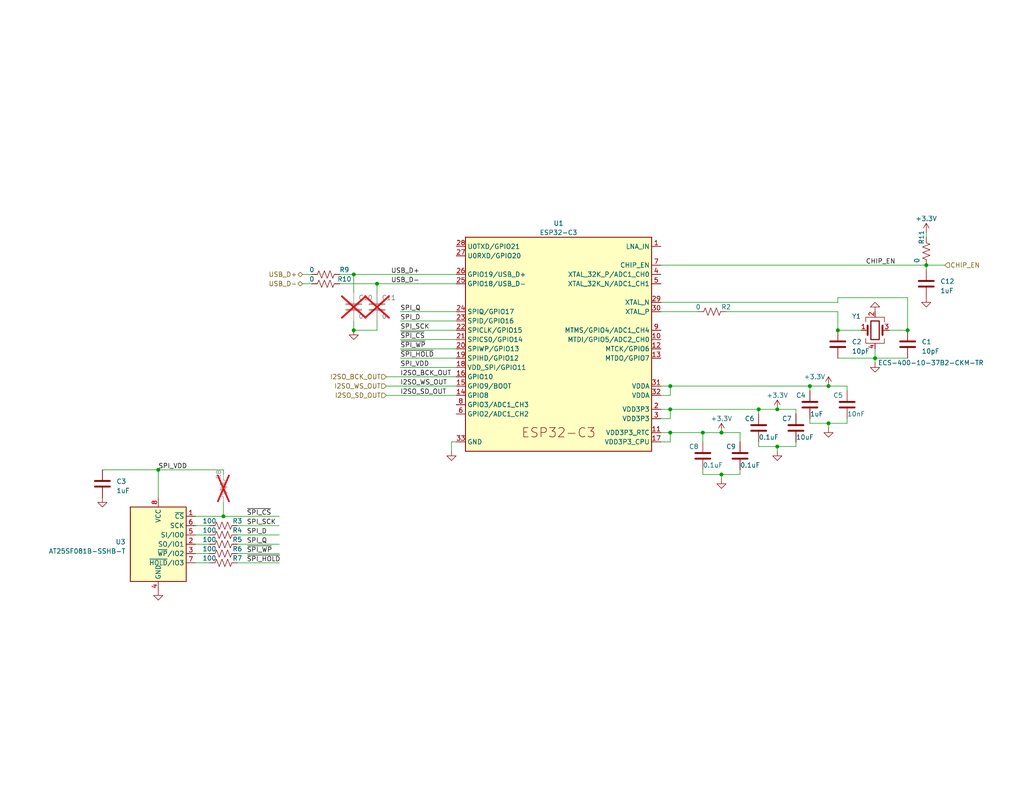
<source format=kicad_sch>
(kicad_sch (version 20230121) (generator eeschema)
  (paper "USLetter")
  (lib_symbols
    (symbol "Device:C" (pin_numbers hide) (pin_names (offset 0.254))
      (property "Reference" "C" (at 0.635 2.54 0))
      (property "Value" "C" (at 0.635 -2.54 0))
      (symbol "C_0_1"
        (polyline (pts (xy -2.032 -0.762) (xy 2.032 -0.762)) (stroke (width 0.508)))
        (polyline (pts (xy -2.032 0.762) (xy 2.032 0.762)) (stroke (width 0.508)))
      )
      (symbol "C_1_1"
        (pin passive line (at 0 3.81 270) (length 2.794) (name "~") (number "1"))
        (pin passive line (at 0 -3.81 90) (length 2.794) (name "~") (number "2"))
      )
    )
    (symbol "Device:Crystal_GND24" (pin_names (offset 1.016) hide)
      (property "Reference" "Y" (at 3.175 5.08 0))
      (property "Value" "Crystal_GND24" (at 3.175 3.175 0))
      (symbol "Crystal_GND24_0_1"
        (rectangle (start -1.143 2.54) (end 1.143 -2.54) (stroke (width 0.3048)))
        (polyline (pts (xy -2.54 0) (xy -2.032 0)))
        (polyline (pts (xy -2.032 -1.27) (xy -2.032 1.27)) (stroke (width 0.508)))
        (polyline (pts (xy 0 -3.81) (xy 0 -3.556)))
        (polyline (pts (xy 0 3.556) (xy 0 3.81)))
        (polyline (pts (xy 2.032 -1.27) (xy 2.032 1.27)) (stroke (width 0.508)))
        (polyline (pts (xy 2.032 0) (xy 2.54 0)))
        (polyline (pts (xy -2.54 -2.286) (xy -2.54 -3.556) (xy 2.54 -3.556) (xy 2.54 -2.286)))
        (polyline (pts (xy -2.54 2.286) (xy -2.54 3.556) (xy 2.54 3.556) (xy 2.54 2.286)))
      )
      (symbol "Crystal_GND24_1_1"
        (pin passive line (at -3.81 0 0) (length 1.27) (name "1") (number "1"))
        (pin passive line (at 0 5.08 270) (length 1.27) (name "2") (number "2"))
        (pin passive line (at 3.81 0 180) (length 1.27) (name "3") (number "3"))
        (pin passive line (at 0 -5.08 90) (length 1.27) (name "4") (number "4"))
      )
    )
    (symbol "Device:R_US" (pin_numbers hide) (pin_names (offset 0))
      (property "Reference" "R" (at 2.54 0 90))
      (property "Value" "R_US" (at -2.54 0 90))
      (symbol "R_US_0_1"
        (polyline (pts (xy 0 -2.286) (xy 0 -2.54)))
        (polyline (pts (xy 0 2.286) (xy 0 2.54)))
        (polyline (pts (xy 0 -0.762) (xy 1.016 -1.143) (xy 0 -1.524) (xy -1.016 -1.905) (xy 0 -2.286)))
        (polyline (pts (xy 0 0.762) (xy 1.016 0.381) (xy 0 0) (xy -1.016 -0.381) (xy 0 -0.762)))
        (polyline (pts (xy 0 2.286) (xy 1.016 1.905) (xy 0 1.524) (xy -1.016 1.143) (xy 0 0.762)))
      )
      (symbol "R_US_1_1"
        (pin passive line (at 0 3.81 270) (length 1.27) (name "~") (number "1"))
        (pin passive line (at 0 -3.81 90) (length 1.27) (name "~") (number "2"))
      )
    )
    (symbol "Espressif:ESP32-C3"
      (property "Reference" "U1" (at 0 34.29 0))
      (property "Value" "ESP32-C3" (at 0 31.75 0))
      (symbol "ESP32-C3_0_0"
        (text "ESP32-C3" (at 0 -22.86 0) (effects (font (size 2.54 2.54))))
        (pin bidirectional line (at -27.94 27.94 0) (length 2.54) (name "LNA_IN") (number "1"))
        (pin bidirectional line (at -27.94 2.54 0) (length 2.54) (name "MTDI/GPIO5/ADC2_CH0") (number "10"))
        (pin power_in line (at -27.94 -22.86 0) (length 2.54) (name "VDD3P3_RTC") (number "11"))
        (pin bidirectional line (at -27.94 0 0) (length 2.54) (name "MTCK/GPIO6") (number "12"))
        (pin bidirectional line (at -27.94 -2.54 0) (length 2.54) (name "MTDO/GPIO7") (number "13"))
        (pin bidirectional line (at 27.94 -12.7 180) (length 2.54) (name "GPIO8") (number "14"))
        (pin bidirectional line (at 27.94 -10.16 180) (length 2.54) (name "GPIO9/BOOT") (number "15"))
        (pin bidirectional line (at 27.94 -7.62 180) (length 2.54) (name "GPIO10") (number "16"))
        (pin power_in line (at -27.94 -25.4 0) (length 2.54) (name "VDD3P3_CPU") (number "17"))
        (pin bidirectional line (at 27.94 -5.08 180) (length 2.54) (name "VDD_SPI/GPIO11") (number "18"))
        (pin bidirectional line (at 27.94 -2.54 180) (length 2.54) (name "SPIHD/GPIO12") (number "19"))
        (pin power_in line (at -27.94 -16.51 0) (length 2.54) (name "VDD3P3") (number "2"))
        (pin bidirectional line (at 27.94 0 180) (length 2.54) (name "SPIWP/GPIO13") (number "20"))
        (pin bidirectional line (at 27.94 2.54 180) (length 2.54) (name "SPICS0/GPIO14") (number "21"))
        (pin bidirectional line (at 27.94 5.08 180) (length 2.54) (name "SPICLK/GPIO15") (number "22"))
        (pin bidirectional line (at 27.94 7.62 180) (length 2.54) (name "SPID/GPIO16") (number "23"))
        (pin bidirectional line (at 27.94 10.16 180) (length 2.54) (name "SPIQ/GPIO17") (number "24"))
        (pin bidirectional line (at 27.94 17.78 180) (length 2.54) (name "GPIO18/USB_D-") (number "25"))
        (pin bidirectional line (at 27.94 20.32 180) (length 2.54) (name "GPIO19/USB_D+") (number "26"))
        (pin bidirectional line (at 27.94 25.4 180) (length 2.54) (name "U0RXD/GPIO20") (number "27"))
        (pin bidirectional line (at 27.94 27.94 180) (length 2.54) (name "U0TXD/GPIO21") (number "28"))
        (pin output line (at -27.94 12.7 0) (length 2.54) (name "XTAL_N") (number "29"))
        (pin input line (at -27.94 10.16 0) (length 2.54) (name "XTAL_P") (number "30"))
        (pin power_in line (at -27.94 -10.16 0) (length 2.54) (name "VDDA") (number "31"))
        (pin power_in line (at 27.94 -25.4 180) (length 2.54) (name "GND") (number "33"))
        (pin output line (at -27.94 20.32 0) (length 2.54) (name "XTAL_32K_P/ADC1_CH0") (number "4"))
        (pin input line (at -27.94 17.78 0) (length 2.54) (name "XTAL_32K_N/ADC1_CH1") (number "5"))
        (pin bidirectional line (at 27.94 -17.78 180) (length 2.54) (name "GPIO2/ADC1_CH2") (number "6"))
        (pin input line (at -27.94 22.86 0) (length 2.54) (name "CHIP_EN") (number "7"))
        (pin bidirectional line (at 27.94 -15.24 180) (length 2.54) (name "GPIO3/ADC1_CH3") (number "8"))
        (pin bidirectional line (at -27.94 5.08 0) (length 2.54) (name "MTMS/GPIO4/ADC1_CH4") (number "9"))
      )
      (symbol "ESP32-C3_0_1"
        (rectangle (start -25.4 30.48) (end 25.4 -27.94) (stroke (width 0.254)) (fill (type background)))
        (pin power_in line (at -27.94 -19.05 0) (length 2.54) (name "VDD3P3") (number "3"))
        (pin power_in line (at -27.94 -12.7 0) (length 2.54) (name "VDDA") (number "32"))
      )
    )
    (symbol "Memory_Flash:AT25SF081-SSHD-X"
      (property "Reference" "U" (at -6.35 11.43 0))
      (property "Value" "AT25SF081-SSHD-X" (at 11.43 11.43 0))
      (symbol "AT25SF081-SSHD-X_0_1"
        (rectangle (start -7.62 10.16) (end 7.62 -10.16) (stroke (width 0.254)) (fill (type background)))
      )
      (symbol "AT25SF081-SSHD-X_1_1"
        (pin input line (at -10.16 7.62 0) (length 2.54) (name "~{CS}") (number "1"))
        (pin bidirectional line (at -10.16 0 0) (length 2.54) (name "SO/IO1") (number "2"))
        (pin bidirectional line (at -10.16 -2.54 0) (length 2.54) (name "~{WP}/IO2") (number "3"))
        (pin power_in line (at 0 -12.7 90) (length 2.54) (name "GND") (number "4"))
        (pin bidirectional line (at -10.16 2.54 0) (length 2.54) (name "SI/IO0") (number "5"))
        (pin input line (at -10.16 5.08 0) (length 2.54) (name "SCK") (number "6"))
        (pin bidirectional line (at -10.16 -5.08 0) (length 2.54) (name "~{HOLD}/IO3") (number "7"))
        (pin power_in line (at 0 12.7 270) (length 2.54) (name "VCC") (number "8"))
      )
    )
    (symbol "power:+3.3V" (power) (pin_names (offset 0))
      (property "Value" "+3.3V" (at 0 3.556 0))
      (symbol "+3.3V_0_1"
        (polyline (pts (xy -0.762 1.27) (xy 0 2.54)))
        (polyline (pts (xy 0 0) (xy 0 2.54)))
        (polyline (pts (xy 0 2.54) (xy 0.762 1.27)))
      )
      (symbol "+3.3V_1_1"
        (pin power_in line (at 0 0 90) (length 0) hide (name "+3.3V") (number "1"))
      )
    )
    (symbol "power:GND" (power) (pin_names (offset 0))
      (property "Value" "GND" (at 0 -3.81 0))
      (symbol "GND_0_1"
        (polyline (pts (xy 0 0) (xy 0 -1.27) (xy 1.27 -1.27) (xy 0 -2.54) (xy -1.27 -1.27) (xy 0 -1.27)))
      )
      (symbol "GND_1_1"
        (pin power_in line (at 0 0 270) (length 0) hide (name "GND") (number "1"))
      )
    )
  )
  (junction (at 226.06 105.41))
  (junction (at 238.76 97.79))
  (junction (at 43.18 128.27))
  (junction (at 96.52 90.17))
  (junction (at 196.85 129.54))
  (junction (at 191.77 118.11))
  (junction (at 182.88 105.41))
  (junction (at 196.85 118.11))
  (junction (at 247.65 90.17))
  (junction (at 182.88 118.11))
  (junction (at 96.52 74.93))
  (junction (at 182.88 111.76))
  (junction (at 220.98 105.41))
  (junction (at 226.06 115.57))
  (junction (at 228.6 90.17))
  (junction (at 102.87 77.47))
  (junction (at 60.96 140.97))
  (junction (at 252.73 72.39))
  (junction (at 207.01 111.76))
  (junction (at 212.09 121.92))
  (junction (at 212.09 111.76))
  (wire (pts (xy 180.34 82.55) (xy 228.6 82.55)))
  (wire (pts (xy 64.77 151.13) (xy 76.2 151.13)))
  (wire (pts (xy 228.6 82.55) (xy 228.6 81.28)))
  (wire (pts (xy 231.14 105.41) (xy 231.14 106.68)))
  (wire (pts (xy 43.18 128.27) (xy 60.96 128.27)))
  (wire (pts (xy 182.88 118.11) (xy 180.34 118.11)))
  (wire (pts (xy 105.41 105.41) (xy 124.46 105.41)))
  (wire (pts (xy 109.22 85.09) (xy 124.46 85.09)))
  (wire (pts (xy 217.17 120.65) (xy 217.17 121.92)))
  (wire (pts (xy 198.12 85.09) (xy 228.6 85.09)))
  (wire (pts (xy 182.88 105.41) (xy 220.98 105.41)))
  (wire (pts (xy 207.01 111.76) (xy 212.09 111.76)))
  (wire (pts (xy 252.73 72.39) (xy 257.81 72.39)))
  (wire (pts (xy 247.65 81.28) (xy 247.65 90.17)))
  (wire (pts (xy 220.98 105.41) (xy 220.98 106.68)))
  (wire (pts (xy 53.34 140.97) (xy 60.96 140.97)))
  (wire (pts (xy 238.76 95.25) (xy 238.76 97.79)))
  (wire (pts (xy 247.65 97.79) (xy 238.76 97.79)))
  (wire (pts (xy 82.55 77.47) (xy 85.09 77.47)))
  (wire (pts (xy 228.6 85.09) (xy 228.6 90.17)))
  (wire (pts (xy 220.98 114.3) (xy 220.98 115.57)))
  (wire (pts (xy 191.77 118.11) (xy 191.77 120.65)))
  (wire (pts (xy 191.77 118.11) (xy 182.88 118.11)))
  (wire (pts (xy 60.96 140.97) (xy 76.2 140.97)))
  (wire (pts (xy 226.06 105.41) (xy 231.14 105.41)))
  (wire (pts (xy 228.6 97.79) (xy 238.76 97.79)))
  (wire (pts (xy 64.77 143.51) (xy 76.2 143.51)))
  (wire (pts (xy 212.09 121.92) (xy 217.17 121.92)))
  (wire (pts (xy 182.88 114.3) (xy 182.88 111.76)))
  (wire (pts (xy 124.46 120.65) (xy 123.19 120.65)))
  (wire (pts (xy 191.77 128.27) (xy 191.77 129.54)))
  (wire (pts (xy 27.94 128.27) (xy 43.18 128.27)))
  (wire (pts (xy 226.06 115.57) (xy 226.06 116.84)))
  (wire (pts (xy 96.52 74.93) (xy 96.52 80.01)))
  (wire (pts (xy 109.22 95.25) (xy 124.46 95.25)))
  (wire (pts (xy 105.41 102.87) (xy 124.46 102.87)))
  (wire (pts (xy 252.73 63.5) (xy 252.73 64.77)))
  (wire (pts (xy 102.87 77.47) (xy 102.87 80.01)))
  (wire (pts (xy 196.85 118.11) (xy 191.77 118.11)))
  (wire (pts (xy 180.34 111.76) (xy 182.88 111.76)))
  (wire (pts (xy 220.98 105.41) (xy 226.06 105.41)))
  (wire (pts (xy 212.09 111.76) (xy 217.17 111.76)))
  (wire (pts (xy 64.77 153.67) (xy 76.2 153.67)))
  (wire (pts (xy 228.6 90.17) (xy 234.95 90.17)))
  (wire (pts (xy 196.85 129.54) (xy 201.93 129.54)))
  (wire (pts (xy 182.88 111.76) (xy 207.01 111.76)))
  (wire (pts (xy 201.93 118.11) (xy 201.93 120.65)))
  (wire (pts (xy 180.34 72.39) (xy 252.73 72.39)))
  (wire (pts (xy 64.77 148.59) (xy 76.2 148.59)))
  (wire (pts (xy 105.41 107.95) (xy 124.46 107.95)))
  (wire (pts (xy 207.01 121.92) (xy 212.09 121.92)))
  (wire (pts (xy 180.34 107.95) (xy 182.88 107.95)))
  (wire (pts (xy 102.87 87.63) (xy 102.87 90.17)))
  (wire (pts (xy 180.34 105.41) (xy 182.88 105.41)))
  (wire (pts (xy 53.34 153.67) (xy 57.15 153.67)))
  (wire (pts (xy 201.93 129.54) (xy 201.93 128.27)))
  (wire (pts (xy 96.52 74.93) (xy 124.46 74.93)))
  (wire (pts (xy 180.34 120.65) (xy 182.88 120.65)))
  (wire (pts (xy 53.34 146.05) (xy 57.15 146.05)))
  (wire (pts (xy 92.71 74.93) (xy 96.52 74.93)))
  (wire (pts (xy 220.98 115.57) (xy 226.06 115.57)))
  (wire (pts (xy 207.01 111.76) (xy 207.01 113.03)))
  (wire (pts (xy 212.09 121.92) (xy 212.09 123.19)))
  (wire (pts (xy 226.06 115.57) (xy 231.14 115.57)))
  (wire (pts (xy 231.14 115.57) (xy 231.14 114.3)))
  (wire (pts (xy 109.22 100.33) (xy 124.46 100.33)))
  (wire (pts (xy 242.57 90.17) (xy 247.65 90.17)))
  (wire (pts (xy 60.96 137.16) (xy 60.96 140.97)))
  (wire (pts (xy 109.22 92.71) (xy 124.46 92.71)))
  (wire (pts (xy 180.34 85.09) (xy 190.5 85.09)))
  (wire (pts (xy 109.22 90.17) (xy 124.46 90.17)))
  (wire (pts (xy 60.96 129.54) (xy 60.96 128.27)))
  (wire (pts (xy 109.22 87.63) (xy 124.46 87.63)))
  (wire (pts (xy 123.19 120.65) (xy 123.19 123.19)))
  (wire (pts (xy 191.77 129.54) (xy 196.85 129.54)))
  (wire (pts (xy 92.71 77.47) (xy 102.87 77.47)))
  (wire (pts (xy 109.22 97.79) (xy 124.46 97.79)))
  (wire (pts (xy 102.87 90.17) (xy 96.52 90.17)))
  (wire (pts (xy 228.6 81.28) (xy 247.65 81.28)))
  (wire (pts (xy 43.18 128.27) (xy 43.18 135.89)))
  (wire (pts (xy 217.17 111.76) (xy 217.17 113.03)))
  (wire (pts (xy 53.34 151.13) (xy 57.15 151.13)))
  (wire (pts (xy 196.85 129.54) (xy 196.85 130.81)))
  (wire (pts (xy 64.77 146.05) (xy 76.2 146.05)))
  (wire (pts (xy 53.34 148.59) (xy 57.15 148.59)))
  (wire (pts (xy 207.01 120.65) (xy 207.01 121.92)))
  (wire (pts (xy 182.88 120.65) (xy 182.88 118.11)))
  (wire (pts (xy 196.85 118.11) (xy 201.93 118.11)))
  (wire (pts (xy 96.52 87.63) (xy 96.52 90.17)))
  (wire (pts (xy 102.87 77.47) (xy 124.46 77.47)))
  (wire (pts (xy 182.88 105.41) (xy 182.88 107.95)))
  (wire (pts (xy 238.76 97.79) (xy 238.76 99.06)))
  (wire (pts (xy 252.73 72.39) (xy 252.73 73.66)))
  (wire (pts (xy 82.55 74.93) (xy 85.09 74.93)))
  (wire (pts (xy 180.34 114.3) (xy 182.88 114.3)))
  (wire (pts (xy 53.34 143.51) (xy 57.15 143.51)))
  (label "~{SPI_HOLD}" (at 109.22 97.79 0))
  (label "SPI_SCK" (at 67.31 143.51 0))
  (label "SPI_VDD" (at 43.18 128.27 0))
  (label "SPI_Q" (at 67.31 148.59 0))
  (label "SPI_D" (at 67.31 146.05 0))
  (label "SPI_SCK" (at 109.22 90.17 0))
  (label "~{SPI_WP}" (at 109.22 95.25 0))
  (label "SPI_D" (at 109.22 87.63 0))
  (label "CHIP_EN" (at 236.22 72.39 0))
  (label "USB_D+" (at 106.68 74.93 0))
  (label "I2SO_WS_OUT" (at 109.22 105.41 0))
  (label "~{SPI_CS}" (at 67.31 140.97 0))
  (label "I2SO_SD_OUT" (at 109.22 107.95 0))
  (label "SPI_Q" (at 109.22 85.09 0))
  (label "USB_D-" (at 106.68 77.47 0))
  (label "SPI_VDD" (at 109.22 100.33 0))
  (label "~{SPI_WP}" (at 67.31 151.13 0))
  (label "~{SPI_HOLD}" (at 67.31 153.67 0))
  (label "~{SPI_CS}" (at 109.22 92.71 0))
  (label "I2SO_BCK_OUT" (at 109.22 102.87 0))
  (hierarchical_label "I2SO_BCK_OUT" (shape input) (at 105.41 102.87 180))
  (hierarchical_label "I2SO_SD_OUT" (shape input) (at 105.41 107.95 180))
  (hierarchical_label "USB_D-" (shape bidirectional) (at 82.55 77.47 180))
  (hierarchical_label "CHIP_EN" (shape input) (at 257.81 72.39 0))
  (hierarchical_label "USB_D+" (shape bidirectional) (at 82.55 74.93 180))
  (hierarchical_label "I2SO_WS_OUT" (shape input) (at 105.41 105.41 180))
  (symbol (lib_id "Espressif:ESP32-C3") (at 152.4 95.25 0) (mirror y) (unit 1)
    (property "Reference" "U1" (at 152.4 60.96 0))
    (property "Value" "ESP32-C3" (at 152.4 63.5 0))
    (property "Footprint" "Package_DFN_QFN:QFN-32-1EP_5x5mm_P0.5mm_EP3.45x3.45mm" (effects hide))
    (property "Datasheet" "https://www.espressif.com/sites/default/files/documentation/esp32-c3_datasheet_en.pdf" (effects hide))
  )
  (symbol (lib_id "Device:R_US") (at 60.96 153.67 90) (unit 1)
    (property "Reference" "R7" (at 64.77 152.4 90))
    (property "Value" "100" (at 57.15 152.4 90))
    (property "Footprint" "Resistor_SMD:R_0402_1005Metric" (effects hide))
  )
  (symbol (lib_id "power:GND") (at 196.85 130.81 0) (unit 1)
    (property "Reference" "#PWR015" (effects hide))
    (property "Value" "GND" (effects hide))
  )
  (symbol (lib_id "power:GND") (at 212.09 123.19 0) (unit 1)
    (property "Reference" "#PWR013" (effects hide))
    (property "Value" "GND" (effects hide))
  )
  (symbol (lib_id "power:+3.3V") (at 212.09 111.76 0) (unit 1)
    (property "Reference" "#PWR012" (effects hide))
    (property "Value" "+3.3V" (at 212.09 107.95 0))
  )
  (symbol (lib_id "Device:C") (at 207.01 116.84 0) (unit 1)
    (property "Reference" "C6" (at 203.2 114.3 0) (effects (justify left)))
    (property "Value" "0.1uF" (at 207.01 119.38 0) (effects (justify left)))
    (property "Footprint" "Capacitor_SMD:C_0402_1005Metric" (effects hide))
  )
  (symbol (lib_id "Device:R_US") (at 60.96 146.05 90) (unit 1)
    (property "Reference" "R4" (at 64.77 144.78 90))
    (property "Value" "100" (at 57.15 144.78 90))
    (property "Footprint" "Resistor_SMD:R_0402_1005Metric" (effects hide))
  )
  (symbol (lib_id "Device:C") (at 191.77 124.46 0) (unit 1)
    (property "Reference" "C8" (at 187.96 121.92 0) (effects (justify left)))
    (property "Value" "0.1uF" (at 191.77 127 0) (effects (justify left)))
    (property "Footprint" "Capacitor_SMD:C_0402_1005Metric" (effects hide))
  )
  (symbol (lib_id "Memory_Flash:AT25SF081-SSHD-X") (at 43.18 148.59 0) (mirror y) (unit 1)
    (property "Reference" "U3" (at 34.29 147.955 0) (effects (justify left)))
    (property "Value" "AT25SF081B-SSHB-T" (at 34.29 150.495 0) (effects (justify left)))
    (property "Footprint" "Package_SO:SOIC-8_3.9x4.9mm_P1.27mm" (effects hide))
    (property "Datasheet" "https://www.renesas.com/us/en/document/dst/at25sf081b-datasheet" (effects hide))
  )
  (symbol (lib_id "Device:C") (at 252.73 77.47 0) (unit 1)
    (property "Reference" "C12" (at 256.54 76.835 0) (effects (justify left)))
    (property "Value" "1uF" (at 256.54 79.375 0) (effects (justify left)))
    (property "Footprint" "Capacitor_SMD:C_0402_1005Metric" (effects hide))
  )
  (symbol (lib_id "power:GND") (at 238.76 85.09 180) (unit 1)
    (property "Reference" "#PWR06" (effects hide))
    (property "Value" "GND" (effects hide))
  )
  (symbol (lib_id "power:GND") (at 252.73 81.28 0) (unit 1)
    (property "Reference" "#PWR017" (effects hide))
    (property "Value" "GND" (effects hide))
  )
  (symbol (lib_id "Device:Crystal_GND24") (at 238.76 90.17 0) (unit 1)
    (property "Reference" "Y1" (at 233.68 86.36 0))
    (property "Value" "ECS-400-10-37B2-CKM-TR" (at 254 99.06 0))
    (property "Footprint" "Crystal:Crystal_SMD_2016-4Pin_2.0x1.6mm" (effects hide))
    (property "Datasheet" "https://ecsxtal.com/store/pdf/ECX-1637B2.pdf" (effects hide))
  )
  (symbol (lib_id "power:GND") (at 238.76 99.06 0) (unit 1)
    (property "Reference" "#PWR05" (effects hide))
    (property "Value" "GND" (effects hide))
  )
  (symbol (lib_id "Device:R_US") (at 60.96 143.51 90) (unit 1)
    (property "Reference" "R3" (at 64.77 142.24 90))
    (property "Value" "100" (at 57.15 142.24 90))
    (property "Footprint" "Resistor_SMD:R_0402_1005Metric" (effects hide))
  )
  (symbol (lib_id "Device:R_US") (at 194.31 85.09 90) (unit 1)
    (property "Reference" "R2" (at 198.12 83.82 90))
    (property "Value" "0" (at 190.5 83.82 90))
    (property "Footprint" "Resistor_SMD:R_0402_1005Metric" (effects hide))
  )
  (symbol (lib_id "Device:C") (at 201.93 124.46 0) (unit 1)
    (property "Reference" "C9" (at 198.12 121.92 0) (effects (justify left)))
    (property "Value" "0.1uF" (at 201.93 127 0) (effects (justify left)))
    (property "Footprint" "Capacitor_SMD:C_0402_1005Metric" (effects hide))
  )
  (symbol (lib_id "Device:R_US") (at 60.96 133.35 180) (unit 1) (dnp yes)
    (property "Reference" "R8" (at 59.69 129.54 90))
    (property "Value" "10k" (at 60.96 133.35 90))
    (property "Footprint" "Resistor_SMD:R_0402_1005Metric" (effects hide))
  )
  (symbol (lib_id "power:+3.3V") (at 196.85 118.11 0) (unit 1)
    (property "Reference" "#PWR016" (effects hide))
    (property "Value" "+3.3V" (at 196.85 114.3 0))
  )
  (symbol (lib_id "Device:R_US") (at 88.9 74.93 90) (unit 1)
    (property "Reference" "R9" (at 93.98 73.66 90))
    (property "Value" "0" (at 85.09 73.66 90))
    (property "Footprint" "Resistor_SMD:R_0402_1005Metric" (effects hide))
  )
  (symbol (lib_id "Device:C") (at 247.65 93.98 0) (unit 1)
    (property "Reference" "C1" (at 251.46 93.345 0) (effects (justify left)))
    (property "Value" "10pF" (at 251.46 95.885 0) (effects (justify left)))
    (property "Footprint" "Capacitor_SMD:C_0402_1005Metric" (effects hide))
  )
  (symbol (lib_id "Device:R_US") (at 60.96 148.59 90) (unit 1)
    (property "Reference" "R5" (at 64.77 147.32 90))
    (property "Value" "100" (at 57.15 147.32 90))
    (property "Footprint" "Resistor_SMD:R_0402_1005Metric" (effects hide))
  )
  (symbol (lib_id "Device:R_US") (at 88.9 77.47 90) (unit 1)
    (property "Reference" "R10" (at 93.98 76.2 90))
    (property "Value" "0" (at 85.09 76.2 90))
    (property "Footprint" "Resistor_SMD:R_0402_1005Metric" (effects hide))
  )
  (symbol (lib_id "Device:C") (at 228.6 93.98 0) (unit 1)
    (property "Reference" "C2" (at 232.41 93.345 0) (effects (justify left)))
    (property "Value" "10pF" (at 232.41 95.885 0) (effects (justify left)))
  )
  (symbol (lib_id "Device:C") (at 231.14 110.49 0) (unit 1)
    (property "Reference" "C5" (at 227.33 107.95 0) (effects (justify left)))
    (property "Value" "10nF" (at 231.14 113.03 0) (effects (justify left)))
    (property "Footprint" "Capacitor_SMD:C_0402_1005Metric" (effects hide))
  )
  (symbol (lib_id "Device:R_US") (at 60.96 151.13 90) (unit 1)
    (property "Reference" "R6" (at 64.77 149.86 90))
    (property "Value" "100" (at 57.15 149.86 90))
    (property "Footprint" "Resistor_SMD:R_0402_1005Metric" (effects hide))
  )
  (symbol (lib_id "Device:R_US") (at 252.73 68.58 180) (unit 1)
    (property "Reference" "R11" (at 251.46 64.77 90))
    (property "Value" "0" (at 250.19 71.12 90))
    (property "Footprint" "Resistor_SMD:R_0402_1005Metric" (effects hide))
  )
  (symbol (lib_id "Device:C") (at 102.87 83.82 0) (unit 1) (dnp yes)
    (property "Reference" "C11" (at 104.14 81.28 0) (effects (justify left)))
    (property "Value" "0" (at 104.14 86.36 0) (effects (justify left)))
    (property "Footprint" "Capacitor_SMD:C_0402_1005Metric" (effects hide))
  )
  (symbol (lib_id "power:+3.3V") (at 252.73 63.5 0) (unit 1)
    (property "Reference" "#PWR018" (effects hide))
    (property "Value" "+3.3V" (at 252.73 59.69 0))
  )
  (symbol (lib_id "Device:C") (at 220.98 110.49 0) (unit 1)
    (property "Reference" "C4" (at 217.17 107.95 0) (effects (justify left)))
    (property "Value" "1uF" (at 220.98 113.03 0) (effects (justify left)))
    (property "Footprint" "Capacitor_SMD:C_0402_1005Metric" (effects hide))
  )
  (symbol (lib_id "Device:C") (at 217.17 116.84 0) (unit 1)
    (property "Reference" "C7" (at 213.36 114.3 0) (effects (justify left)))
    (property "Value" "10uF" (at 217.17 119.38 0) (effects (justify left)))
    (property "Footprint" "Capacitor_SMD:C_0603_1608Metric" (effects hide))
  )
  (symbol (lib_id "power:GND") (at 226.06 116.84 0) (unit 1)
    (property "Reference" "#PWR011" (effects hide))
    (property "Value" "GND" (effects hide))
  )
  (symbol (lib_id "power:GND") (at 123.19 123.19 0) (unit 1)
    (property "Reference" "#PWR07" (effects hide))
    (property "Value" "GND" (effects hide))
  )
  (symbol (lib_id "Device:C") (at 27.94 132.08 0) (unit 1)
    (property "Reference" "C3" (at 31.75 131.445 0) (effects (justify left)))
    (property "Value" "1uF" (at 31.75 133.985 0) (effects (justify left)))
    (property "Footprint" "Capacitor_SMD:C_0402_1005Metric" (effects hide))
  )
  (symbol (lib_id "power:GND") (at 27.94 135.89 0) (unit 1)
    (property "Reference" "#PWR09" (effects hide))
    (property "Value" "GND" (effects hide))
  )
  (symbol (lib_id "power:+3.3V") (at 226.06 105.41 0) (unit 1)
    (property "Reference" "#PWR010" (effects hide))
    (property "Value" "+3.3V" (at 222.25 102.87 0))
  )
  (symbol (lib_id "power:GND") (at 43.18 161.29 0) (unit 1)
    (property "Reference" "#PWR08" (effects hide))
    (property "Value" "GND" (effects hide))
  )
  (symbol (lib_id "power:GND") (at 96.52 90.17 0) (unit 1)
    (property "Reference" "#PWR014" (effects hide))
    (property "Value" "GND" (effects hide))
  )
  (symbol (lib_id "Device:C") (at 96.52 83.82 0) (unit 1) (dnp yes)
    (property "Reference" "C10" (at 97.79 81.28 0) (effects (justify left)))
    (property "Value" "0" (at 97.79 86.36 0) (effects (justify left)))
    (property "Footprint" "Capacitor_SMD:C_0402_1005Metric" (effects hide))
  )
)
</source>
